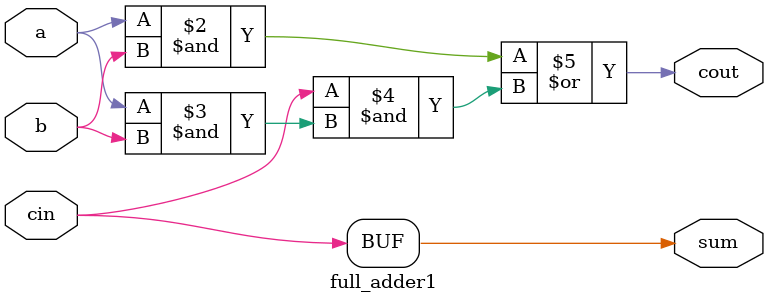
<source format=v>
module full_adder1(a,b,cin,sum,cout);
input a,b,cin;
output sum,cout;
assign sum = 1'b0^cin;
assign cout = a&b|cin&(a&b); 
// initial begin
//     $display("The incorrect adder with xor0 and xor1 having out/0 and in1/0");
// end   
endmodule
</source>
